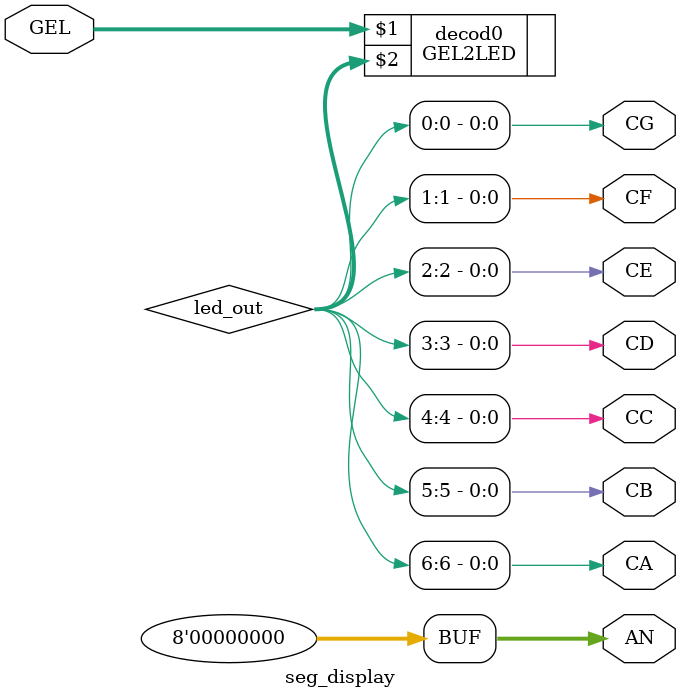
<source format=v>
`timescale 1ns / 1ps
module seg_display(
    input [2:0] GEL,
    output [7:0] AN,
    output CA,CB,CC,CD,CE,CF,CG
    );
    
    wire [6:0] led_out;
    
    assign AN = 0;
    //instantaite decode to handle actual LED assertions
    GEL2LED decod0(GEL,led_out);
    assign {CA,CB,CC,CD,CE,CF,CG} = led_out;
endmodule

</source>
